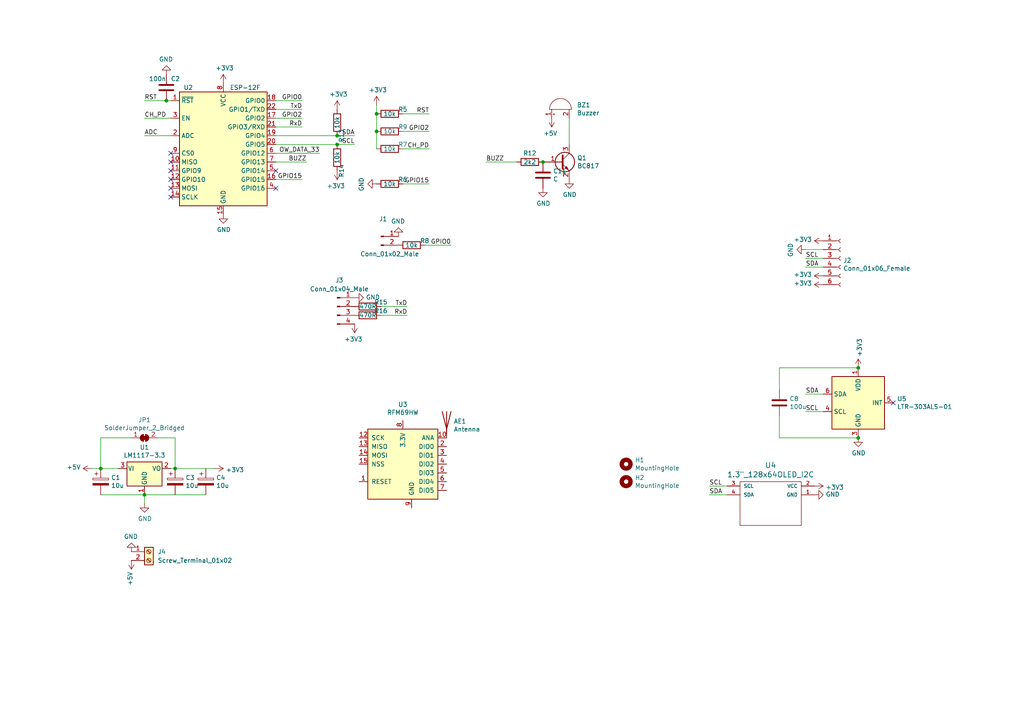
<source format=kicad_sch>
(kicad_sch (version 20211123) (generator eeschema)
  (paper "A4")
  (lib_symbols
    (symbol "Connector:Conn_01x02_Male" (pin_names (offset 1.016) hide)
      (property "Reference" "J" (at 0 2.54 0))
      (property "Value" "Conn_01x02_Male" (at 0 -5.08 0))
      (symbol "Conn_01x02_Male_1_1"
        (polyline (pts (xy 1.27 -2.54) (xy 0.8636 -2.54)) (stroke (width 0.1524)))
        (polyline (pts (xy 1.27 0) (xy 0.8636 0)) (stroke (width 0.1524)))
        (rectangle (start 0.8636 -2.413) (end 0 -2.667) (stroke (width 0.1524)) (fill (type outline)))
        (rectangle (start 0.8636 0.127) (end 0 -0.127) (stroke (width 0.1524)) (fill (type outline)))
        (pin passive line (at 5.08 0 180) (length 3.81) (name "Pin_1") (number "1"))
        (pin passive line (at 5.08 -2.54 180) (length 3.81) (name "Pin_2") (number "2"))
      )
    )
    (symbol "Connector:Conn_01x04_Male" (pin_names (offset 1.016) hide)
      (property "Reference" "J" (at 0 5.08 0))
      (property "Value" "Conn_01x04_Male" (at 0 -7.62 0))
      (symbol "Conn_01x04_Male_1_1"
        (polyline (pts (xy 1.27 -5.08) (xy 0.8636 -5.08)) (stroke (width 0.1524)))
        (polyline (pts (xy 1.27 -2.54) (xy 0.8636 -2.54)) (stroke (width 0.1524)))
        (polyline (pts (xy 1.27 0) (xy 0.8636 0)) (stroke (width 0.1524)))
        (polyline (pts (xy 1.27 2.54) (xy 0.8636 2.54)) (stroke (width 0.1524)))
        (rectangle (start 0.8636 -4.953) (end 0 -5.207) (stroke (width 0.1524)) (fill (type outline)))
        (rectangle (start 0.8636 -2.413) (end 0 -2.667) (stroke (width 0.1524)) (fill (type outline)))
        (rectangle (start 0.8636 0.127) (end 0 -0.127) (stroke (width 0.1524)) (fill (type outline)))
        (rectangle (start 0.8636 2.667) (end 0 2.413) (stroke (width 0.1524)) (fill (type outline)))
        (pin passive line (at 5.08 2.54 180) (length 3.81) (name "Pin_1") (number "1"))
        (pin passive line (at 5.08 0 180) (length 3.81) (name "Pin_2") (number "2"))
        (pin passive line (at 5.08 -2.54 180) (length 3.81) (name "Pin_3") (number "3"))
        (pin passive line (at 5.08 -5.08 180) (length 3.81) (name "Pin_4") (number "4"))
      )
    )
    (symbol "Connector:Conn_01x06_Female" (pin_names (offset 1.016) hide)
      (property "Reference" "J" (at 0 7.62 0))
      (property "Value" "Conn_01x06_Female" (at 0 -10.16 0))
      (symbol "Conn_01x06_Female_1_1"
        (arc (start 0 -7.112) (mid -0.508 -7.62) (end 0 -8.128) (stroke (width 0.1524)))
        (arc (start 0 -4.572) (mid -0.508 -5.08) (end 0 -5.588) (stroke (width 0.1524)))
        (arc (start 0 -2.032) (mid -0.508 -2.54) (end 0 -3.048) (stroke (width 0.1524)))
        (polyline (pts (xy -1.27 -7.62) (xy -0.508 -7.62)) (stroke (width 0.1524)))
        (polyline (pts (xy -1.27 -5.08) (xy -0.508 -5.08)) (stroke (width 0.1524)))
        (polyline (pts (xy -1.27 -2.54) (xy -0.508 -2.54)) (stroke (width 0.1524)))
        (polyline (pts (xy -1.27 0) (xy -0.508 0)) (stroke (width 0.1524)))
        (polyline (pts (xy -1.27 2.54) (xy -0.508 2.54)) (stroke (width 0.1524)))
        (polyline (pts (xy -1.27 5.08) (xy -0.508 5.08)) (stroke (width 0.1524)))
        (arc (start 0 0.508) (mid -0.508 0) (end 0 -0.508) (stroke (width 0.1524)))
        (arc (start 0 3.048) (mid -0.508 2.54) (end 0 2.032) (stroke (width 0.1524)))
        (arc (start 0 5.588) (mid -0.508 5.08) (end 0 4.572) (stroke (width 0.1524)))
        (pin passive line (at -5.08 5.08 0) (length 3.81) (name "Pin_1") (number "1"))
        (pin passive line (at -5.08 2.54 0) (length 3.81) (name "Pin_2") (number "2"))
        (pin passive line (at -5.08 0 0) (length 3.81) (name "Pin_3") (number "3"))
        (pin passive line (at -5.08 -2.54 0) (length 3.81) (name "Pin_4") (number "4"))
        (pin passive line (at -5.08 -5.08 0) (length 3.81) (name "Pin_5") (number "5"))
        (pin passive line (at -5.08 -7.62 0) (length 3.81) (name "Pin_6") (number "6"))
      )
    )
    (symbol "Connector:Screw_Terminal_01x02" (pin_names (offset 1.016) hide)
      (property "Reference" "J" (at 0 2.54 0))
      (property "Value" "Screw_Terminal_01x02" (at 0 -5.08 0))
      (symbol "Screw_Terminal_01x02_1_1"
        (rectangle (start -1.27 1.27) (end 1.27 -3.81) (stroke (width 0.254)) (fill (type background)))
        (circle (center 0 -2.54) (radius 0.635) (stroke (width 0.1524)))
        (polyline (pts (xy -0.5334 -2.2098) (xy 0.3302 -3.048)) (stroke (width 0.1524)))
        (polyline (pts (xy -0.5334 0.3302) (xy 0.3302 -0.508)) (stroke (width 0.1524)))
        (polyline (pts (xy -0.3556 -2.032) (xy 0.508 -2.8702)) (stroke (width 0.1524)))
        (polyline (pts (xy -0.3556 0.508) (xy 0.508 -0.3302)) (stroke (width 0.1524)))
        (circle (center 0 0) (radius 0.635) (stroke (width 0.1524)))
        (pin passive line (at -5.08 0 0) (length 3.81) (name "Pin_1") (number "1"))
        (pin passive line (at -5.08 -2.54 0) (length 3.81) (name "Pin_2") (number "2"))
      )
    )
    (symbol "Device:Antenna" (pin_numbers hide) (pin_names (offset 1.016) hide)
      (property "Reference" "AE" (at -1.905 1.905 0))
      (property "Value" "Antenna" (at -1.905 0 0))
      (symbol "Antenna_0_1"
        (polyline (pts (xy 0 2.54) (xy 0 -3.81)) (stroke (width 0.254)))
        (polyline (pts (xy 1.27 2.54) (xy 0 -2.54) (xy -1.27 2.54)) (stroke (width 0.254)))
      )
      (symbol "Antenna_1_1"
        (pin input line (at 0 -5.08 90) (length 2.54) (name "A") (number "1"))
      )
    )
    (symbol "Device:Buzzer" (pin_names (offset 0.0254) hide)
      (property "Reference" "BZ" (at 3.81 1.27 0))
      (property "Value" "Buzzer" (at 3.81 -1.27 0))
      (symbol "Buzzer_0_1"
        (arc (start 0 -3.175) (mid 3.175 0) (end 0 3.175))
        (polyline (pts (xy -1.651 1.905) (xy -1.143 1.905)))
        (polyline (pts (xy -1.397 2.159) (xy -1.397 1.651)))
        (polyline (pts (xy 0 3.175) (xy 0 -3.175)))
      )
      (symbol "Buzzer_1_1"
        (pin passive line (at -2.54 2.54 0) (length 2.54) (name "-") (number "1"))
        (pin passive line (at -2.54 -2.54 0) (length 2.54) (name "+") (number "2"))
      )
    )
    (symbol "Device:C" (pin_numbers hide) (pin_names (offset 0.254))
      (property "Reference" "C" (at 0.635 2.54 0))
      (property "Value" "C" (at 0.635 -2.54 0))
      (symbol "C_0_1"
        (polyline (pts (xy -2.032 -0.762) (xy 2.032 -0.762)) (stroke (width 0.508)))
        (polyline (pts (xy -2.032 0.762) (xy 2.032 0.762)) (stroke (width 0.508)))
      )
      (symbol "C_1_1"
        (pin passive line (at 0 3.81 270) (length 2.794) (name "~") (number "1"))
        (pin passive line (at 0 -3.81 90) (length 2.794) (name "~") (number "2"))
      )
    )
    (symbol "Device:C_Polarized" (pin_numbers hide) (pin_names (offset 0.254))
      (property "Reference" "C" (at 0.635 2.54 0))
      (property "Value" "C_Polarized" (at 0.635 -2.54 0))
      (symbol "C_Polarized_0_1"
        (rectangle (start -2.286 0.508) (end 2.286 1.016))
        (polyline (pts (xy -1.778 2.286) (xy -0.762 2.286)))
        (polyline (pts (xy -1.27 2.794) (xy -1.27 1.778)))
        (rectangle (start 2.286 -0.508) (end -2.286 -1.016) (fill (type outline)))
      )
      (symbol "C_Polarized_1_1"
        (pin passive line (at 0 3.81 270) (length 2.794) (name "~") (number "1"))
        (pin passive line (at 0 -3.81 90) (length 2.794) (name "~") (number "2"))
      )
    )
    (symbol "Device:R" (pin_numbers hide) (pin_names (offset 0))
      (property "Reference" "R" (at 2.032 0 90))
      (property "Value" "R" (at 0 0 90))
      (symbol "R_0_1"
        (rectangle (start -1.016 -2.54) (end 1.016 2.54) (stroke (width 0.254)))
      )
      (symbol "R_1_1"
        (pin passive line (at 0 3.81 270) (length 1.27) (name "~") (number "1"))
        (pin passive line (at 0 -3.81 90) (length 1.27) (name "~") (number "2"))
      )
    )
    (symbol "Jumper:SolderJumper_2_Bridged" (pin_names (offset 0) hide)
      (property "Reference" "JP" (at 0 2.032 0))
      (property "Value" "SolderJumper_2_Bridged" (at 0 -2.54 0))
      (symbol "SolderJumper_2_Bridged_0_1"
        (rectangle (start -0.508 0.508) (end 0.508 -0.508) (fill (type outline)))
        (arc (start -0.254 1.016) (mid -1.27 0) (end -0.254 -1.016))
        (arc (start -0.254 1.016) (mid -1.27 0) (end -0.254 -1.016) (fill (type outline)))
        (polyline (pts (xy -0.254 1.016) (xy -0.254 -1.016)))
        (polyline (pts (xy 0.254 1.016) (xy 0.254 -1.016)))
        (arc (start 0.254 -1.016) (mid 1.27 0) (end 0.254 1.016))
        (arc (start 0.254 -1.016) (mid 1.27 0) (end 0.254 1.016) (fill (type outline)))
      )
      (symbol "SolderJumper_2_Bridged_1_1"
        (pin passive line (at -3.81 0 0) (length 2.54) (name "A") (number "1"))
        (pin passive line (at 3.81 0 180) (length 2.54) (name "B") (number "2"))
      )
    )
    (symbol "Mechanical:MountingHole" (pin_names (offset 1.016))
      (property "Reference" "H" (at 0 5.08 0))
      (property "Value" "MountingHole" (at 0 3.175 0))
      (symbol "MountingHole_0_1"
        (circle (center 0 0) (radius 1.27) (stroke (width 1.27)))
      )
    )
    (symbol "OLED:1.3{dblquote}_128x64OLED_I2C" (pin_names (offset 1.016))
      (property "Reference" "U" (at 6.35 -8.89 0))
      (property "Value" "1.3{dblquote}_128x64OLED_I2C" (at 0 8.89 0))
      (symbol "1.3{dblquote}_128x64OLED_I2C_0_1"
        (rectangle (start -8.89 6.35) (end 8.89 -6.35))
      )
      (symbol "1.3{dblquote}_128x64OLED_I2C_1_1"
        (pin power_in line (at 12.7 2.54 180) (length 3.81) (name "GND") (number "1"))
        (pin power_in line (at 12.7 5.08 180) (length 3.81) (name "VCC") (number "2"))
        (pin input line (at -12.7 5.08 0) (length 3.81) (name "SCL") (number "3"))
        (pin input line (at -12.7 2.54 0) (length 3.81) (name "SDA") (number "4"))
      )
    )
    (symbol "RF_Module:ESP-12F"
      (property "Reference" "U" (at -12.7 19.05 0))
      (property "Value" "ESP-12F" (at 12.7 19.05 0))
      (symbol "ESP-12F_0_1"
        (rectangle (start -12.7 17.78) (end 12.7 -15.24) (stroke (width 0.254)) (fill (type background)))
      )
      (symbol "ESP-12F_1_1"
        (pin input line (at -15.24 15.24 0) (length 2.54) (name "~{RST}") (number "1"))
        (pin bidirectional line (at -15.24 -2.54 0) (length 2.54) (name "MISO") (number "10"))
        (pin bidirectional line (at -15.24 -5.08 0) (length 2.54) (name "GPIO9") (number "11"))
        (pin bidirectional line (at -15.24 -7.62 0) (length 2.54) (name "GPIO10") (number "12"))
        (pin bidirectional line (at -15.24 -10.16 0) (length 2.54) (name "MOSI") (number "13"))
        (pin bidirectional line (at -15.24 -12.7 0) (length 2.54) (name "SCLK") (number "14"))
        (pin power_in line (at 0 -17.78 90) (length 2.54) (name "GND") (number "15"))
        (pin bidirectional line (at 15.24 -7.62 180) (length 2.54) (name "GPIO15") (number "16"))
        (pin bidirectional line (at 15.24 10.16 180) (length 2.54) (name "GPIO2") (number "17"))
        (pin bidirectional line (at 15.24 15.24 180) (length 2.54) (name "GPIO0") (number "18"))
        (pin bidirectional line (at 15.24 5.08 180) (length 2.54) (name "GPIO4") (number "19"))
        (pin input line (at -15.24 5.08 0) (length 2.54) (name "ADC") (number "2"))
        (pin bidirectional line (at 15.24 2.54 180) (length 2.54) (name "GPIO5") (number "20"))
        (pin bidirectional line (at 15.24 7.62 180) (length 2.54) (name "GPIO3/RXD") (number "21"))
        (pin bidirectional line (at 15.24 12.7 180) (length 2.54) (name "GPIO1/TXD") (number "22"))
        (pin input line (at -15.24 10.16 0) (length 2.54) (name "EN") (number "3"))
        (pin bidirectional line (at 15.24 -10.16 180) (length 2.54) (name "GPIO16") (number "4"))
        (pin bidirectional line (at 15.24 -5.08 180) (length 2.54) (name "GPIO14") (number "5"))
        (pin bidirectional line (at 15.24 0 180) (length 2.54) (name "GPIO12") (number "6"))
        (pin bidirectional line (at 15.24 -2.54 180) (length 2.54) (name "GPIO13") (number "7"))
        (pin power_in line (at 0 20.32 270) (length 2.54) (name "VCC") (number "8"))
        (pin input line (at -15.24 0 0) (length 2.54) (name "CS0") (number "9"))
      )
    )
    (symbol "RF_Module:RFM69HW" (pin_names (offset 1.016))
      (property "Reference" "U" (at -3.81 11.43 0))
      (property "Value" "RFM69HW" (at -7.62 13.97 0))
      (symbol "RFM69HW_0_1"
        (rectangle (start -10.16 10.16) (end 10.16 -10.16) (stroke (width 0.254)) (fill (type background)))
      )
      (symbol "RFM69HW_1_1"
        (pin input line (at -12.7 -5.08 0) (length 2.54) (name "RESET") (number "1"))
        (pin output line (at 12.7 7.62 180) (length 2.54) (name "ANA") (number "10"))
        (pin passive line (at 2.54 -12.7 90) (length 2.54) hide (name "GND") (number "11"))
        (pin input line (at -12.7 7.62 0) (length 2.54) (name "SCK") (number "12"))
        (pin output line (at -12.7 5.08 0) (length 2.54) (name "MISO") (number "13"))
        (pin input line (at -12.7 2.54 0) (length 2.54) (name "MOSI") (number "14"))
        (pin input line (at -12.7 0 0) (length 2.54) (name "NSS") (number "15"))
        (pin no_connect line (at -2.54 -12.7 90) (length 2.54) hide (name "NC") (number "16"))
        (pin bidirectional line (at 12.7 5.08 180) (length 2.54) (name "DIO0") (number "2"))
        (pin bidirectional line (at 12.7 2.54 180) (length 2.54) (name "DIO1") (number "3"))
        (pin bidirectional line (at 12.7 0 180) (length 2.54) (name "DIO2") (number "4"))
        (pin bidirectional line (at 12.7 -2.54 180) (length 2.54) (name "DIO3") (number "5"))
        (pin bidirectional line (at 12.7 -5.08 180) (length 2.54) (name "DIO4") (number "6"))
        (pin bidirectional line (at 12.7 -7.62 180) (length 2.54) (name "DIO5") (number "7"))
        (pin power_in line (at 0 12.7 270) (length 2.54) (name "3.3V") (number "8"))
        (pin power_in line (at 2.54 -12.7 90) (length 2.54) (name "GND") (number "9"))
      )
    )
    (symbol "Regulator_Linear:LM1117-3.3" (pin_names (offset 0.254))
      (property "Reference" "U" (at -3.81 3.175 0))
      (property "Value" "LM1117-3.3" (at 0 3.175 0))
      (symbol "LM1117-3.3_0_1"
        (rectangle (start -5.08 -5.08) (end 5.08 1.905) (stroke (width 0.254)) (fill (type background)))
      )
      (symbol "LM1117-3.3_1_1"
        (pin power_in line (at 0 -7.62 90) (length 2.54) (name "GND") (number "1"))
        (pin power_out line (at 7.62 0 180) (length 2.54) (name "VO") (number "2"))
        (pin power_in line (at -7.62 0 0) (length 2.54) (name "VI") (number "3"))
      )
    )
    (symbol "Sensor_Optical:LTR-303ALS-01"
      (property "Reference" "U" (at -7.62 8.89 0))
      (property "Value" "LTR-303ALS-01" (at 1.27 8.89 0))
      (symbol "LTR-303ALS-01_0_1"
        (rectangle (start -7.62 7.62) (end 7.62 -7.62) (stroke (width 0.254)) (fill (type background)))
      )
      (symbol "LTR-303ALS-01_1_1"
        (pin power_in line (at 0 10.16 270) (length 2.54) (name "VDD") (number "1"))
        (pin no_connect line (at 2.54 0 180) (length 2.54) hide (name "NC") (number "2"))
        (pin power_in line (at 0 -10.16 90) (length 2.54) (name "GND") (number "3"))
        (pin input line (at -10.16 -2.54 0) (length 2.54) (name "SCL") (number "4"))
        (pin open_collector line (at 10.16 0 180) (length 2.54) (name "INT") (number "5"))
        (pin bidirectional line (at -10.16 2.54 0) (length 2.54) (name "SDA") (number "6"))
      )
    )
    (symbol "Transistor_BJT:BC817" (pin_names (offset 0) hide)
      (property "Reference" "Q" (at 5.08 1.905 0))
      (property "Value" "BC817" (at 5.08 0 0))
      (symbol "BC817_0_1"
        (polyline (pts (xy 0.635 0.635) (xy 2.54 2.54)))
        (polyline (pts (xy 0.635 -0.635) (xy 2.54 -2.54) (xy 2.54 -2.54)))
        (polyline (pts (xy 0.635 1.905) (xy 0.635 -1.905) (xy 0.635 -1.905)) (stroke (width 0.508)))
        (polyline (pts (xy 1.27 -1.778) (xy 1.778 -1.27) (xy 2.286 -2.286) (xy 1.27 -1.778) (xy 1.27 -1.778)) (fill (type outline)))
        (circle (center 1.27 0) (radius 2.8194) (stroke (width 0.254)))
      )
      (symbol "BC817_1_1"
        (pin input line (at -5.08 0 0) (length 5.715) (name "B") (number "1"))
        (pin passive line (at 2.54 -5.08 90) (length 2.54) (name "E") (number "2"))
        (pin passive line (at 2.54 5.08 270) (length 2.54) (name "C") (number "3"))
      )
    )
    (symbol "power:+3.3V" (power) (pin_names (offset 0))
      (property "Value" "+3.3V" (at 0 3.556 0))
      (symbol "+3.3V_0_1"
        (polyline (pts (xy -0.762 1.27) (xy 0 2.54)))
        (polyline (pts (xy 0 0) (xy 0 2.54)))
        (polyline (pts (xy 0 2.54) (xy 0.762 1.27)))
      )
      (symbol "+3.3V_1_1"
        (pin power_in line (at 0 0 90) (length 0) hide (name "+3V3") (number "1"))
      )
    )
    (symbol "power:+5V" (power) (pin_names (offset 0))
      (property "Value" "+5V" (at 0 3.556 0))
      (symbol "+5V_0_1"
        (polyline (pts (xy -0.762 1.27) (xy 0 2.54)))
        (polyline (pts (xy 0 0) (xy 0 2.54)))
        (polyline (pts (xy 0 2.54) (xy 0.762 1.27)))
      )
      (symbol "+5V_1_1"
        (pin power_in line (at 0 0 90) (length 0) hide (name "+5V") (number "1"))
      )
    )
    (symbol "power:GND" (power) (pin_names (offset 0))
      (property "Value" "GND" (at 0 -3.81 0))
      (symbol "GND_0_1"
        (polyline (pts (xy 0 0) (xy 0 -1.27) (xy 1.27 -1.27) (xy 0 -2.54) (xy -1.27 -1.27) (xy 0 -1.27)))
      )
      (symbol "GND_1_1"
        (pin power_in line (at 0 0 270) (length 0) hide (name "GND") (number "1"))
      )
    )
  )
  (junction (at 109.22 33.02))
  (junction (at 97.79 41.91))
  (junction (at 29.21 135.89))
  (junction (at 41.91 143.51))
  (junction (at 109.22 38.1))
  (junction (at 248.92 127))
  (junction (at 50.8 135.89))
  (junction (at 97.79 39.37))
  (junction (at 157.48 46.99))
  (junction (at 48.26 29.21))
  (junction (at 248.92 106.68))
  (no_connect (at 49.53 52.07))
  (no_connect (at 80.01 54.61))
  (no_connect (at 80.01 49.53))
  (no_connect (at 49.53 57.15))
  (no_connect (at 49.53 49.53))
  (no_connect (at 49.53 54.61))
  (no_connect (at 49.53 44.45))
  (no_connect (at 49.53 46.99))
  (no_connect (at 259.08 116.84))
  (wire (pts (xy 210.82 140.97) (xy 205.74 140.97)))
  (wire (pts (xy 92.71 44.45) (xy 80.01 44.45)))
  (wire (pts (xy 123.19 71.12) (xy 130.81 71.12)))
  (wire (pts (xy 87.63 52.07) (xy 80.01 52.07)))
  (wire (pts (xy 87.63 34.29) (xy 80.01 34.29)))
  (wire (pts (xy 109.22 33.02) (xy 109.22 38.1)))
  (wire (pts (xy 149.86 46.99) (xy 140.97 46.99)))
  (wire (pts (xy 109.22 30.48) (xy 109.22 33.02)))
  (wire (pts (xy 248.92 106.68) (xy 226.06 106.68)))
  (wire (pts (xy 248.92 127) (xy 226.06 127)))
  (wire (pts (xy 29.21 143.51) (xy 41.91 143.51)))
  (wire (pts (xy 165.1 34.29) (xy 165.1 41.91)))
  (wire (pts (xy 109.22 38.1) (xy 109.22 43.18)))
  (wire (pts (xy 80.01 36.83) (xy 87.63 36.83)))
  (wire (pts (xy 29.21 135.89) (xy 34.29 135.89)))
  (wire (pts (xy 49.53 39.37) (xy 41.91 39.37)))
  (wire (pts (xy 80.01 46.99) (xy 88.9 46.99)))
  (wire (pts (xy 110.49 91.44) (xy 118.11 91.44)))
  (wire (pts (xy 26.67 135.89) (xy 29.21 135.89)))
  (wire (pts (xy 49.53 29.21) (xy 48.26 29.21)))
  (wire (pts (xy 45.72 127) (xy 50.8 127)))
  (wire (pts (xy 80.01 29.21) (xy 87.63 29.21)))
  (wire (pts (xy 97.79 41.91) (xy 102.87 41.91)))
  (wire (pts (xy 97.79 39.37) (xy 80.01 39.37)))
  (wire (pts (xy 233.68 114.3) (xy 238.76 114.3)))
  (wire (pts (xy 80.01 41.91) (xy 97.79 41.91)))
  (wire (pts (xy 226.06 127) (xy 226.06 120.65)))
  (wire (pts (xy 124.46 43.18) (xy 116.84 43.18)))
  (wire (pts (xy 238.76 119.38) (xy 233.68 119.38)))
  (wire (pts (xy 116.84 38.1) (xy 124.46 38.1)))
  (wire (pts (xy 233.68 77.47) (xy 238.76 77.47)))
  (wire (pts (xy 50.8 135.89) (xy 62.23 135.89)))
  (wire (pts (xy 110.49 88.9) (xy 118.11 88.9)))
  (wire (pts (xy 48.26 29.21) (xy 41.91 29.21)))
  (wire (pts (xy 41.91 34.29) (xy 49.53 34.29)))
  (wire (pts (xy 205.74 143.51) (xy 210.82 143.51)))
  (wire (pts (xy 124.46 53.34) (xy 116.84 53.34)))
  (wire (pts (xy 238.76 72.39) (xy 233.68 72.39)))
  (wire (pts (xy 80.01 31.75) (xy 87.63 31.75)))
  (wire (pts (xy 102.87 39.37) (xy 97.79 39.37)))
  (wire (pts (xy 41.91 143.51) (xy 59.69 143.51)))
  (wire (pts (xy 29.21 135.89) (xy 29.21 127)))
  (wire (pts (xy 41.91 146.05) (xy 41.91 143.51)))
  (wire (pts (xy 50.8 135.89) (xy 49.53 135.89)))
  (wire (pts (xy 238.76 74.93) (xy 233.68 74.93)))
  (wire (pts (xy 29.21 127) (xy 38.1 127)))
  (wire (pts (xy 226.06 106.68) (xy 226.06 113.03)))
  (wire (pts (xy 50.8 127) (xy 50.8 135.89)))
  (wire (pts (xy 124.46 33.02) (xy 116.84 33.02)))
  (label "BUZZ" (at 140.97 46.99 0))
  (label "SDA" (at 233.68 114.3 0))
  (label "SCL" (at 233.68 119.38 0))
  (label "SDA" (at 102.87 39.37 180))
  (label "ADC" (at 41.91 39.37 0))
  (label "GPIO0" (at 87.63 29.21 180))
  (label "OW_DATA_33" (at 92.71 44.45 180))
  (label "SDA" (at 205.74 143.51 0))
  (label "CH_PD" (at 41.91 34.29 0))
  (label "TxD" (at 87.63 31.75 180))
  (label "GPIO15" (at 124.46 53.34 180))
  (label "SCL" (at 233.68 74.93 0))
  (label "SCL" (at 205.74 140.97 0))
  (label "GPIO15" (at 87.63 52.07 180))
  (label "GPIO2" (at 87.63 34.29 180))
  (label "RST" (at 124.46 33.02 180))
  (label "GPIO2" (at 124.46 38.1 180))
  (label "SDA" (at 233.68 77.47 0))
  (label "RxD" (at 118.11 91.44 180))
  (label "RxD" (at 87.63 36.83 180))
  (label "CH_PD" (at 124.46 43.18 180))
  (label "GPIO0" (at 130.81 71.12 180))
  (label "RST" (at 41.91 29.21 0))
  (label "BUZZ" (at 88.9 46.99 180))
  (label "TxD" (at 118.11 88.9 180))
  (label "SCL" (at 102.87 41.91 180))
  (symbol (lib_id "RF_Module:ESP-12F") (at 64.77 44.45 0) (unit 1)
    (property "Reference" "U2" (at 54.61 25.4 0))
    (property "Value" "ESP-12F" (at 71.12 25.4 0))
    (property "Footprint" "RF_Modules:ESP-12E" (effects hide))
    (property "Datasheet" "http://wiki.ai-thinker.com/_media/esp8266/esp8266_series_modules_user_manual_v1.1.pdf" (effects hide))
  )
  (symbol (lib_id "Regulator_Linear:LM1117-3.3") (at 41.91 135.89 0) (unit 1)
    (property "Reference" "U1" (at 41.91 129.7432 0))
    (property "Value" "LM1117-3.3" (at 41.91 132.0546 0))
    (property "Footprint" "TO_SOT_Packages_SMD:SOT-223-3_TabPin2" (effects hide))
    (property "Datasheet" "http://www.ti.com/lit/ds/symlink/lm1117.pdf" (effects hide))
  )
  (symbol (lib_id "OLED:1.3{dblquote}_128x64OLED_I2C") (at 223.52 146.05 0) (unit 1)
    (property "Reference" "U4" (at 223.52 134.9502 0) (effects (font (size 1.524 1.524))))
    (property "Value" "1.3\"_128x64OLED_I2C" (at 223.52 137.6426 0) (effects (font (size 1.524 1.524))))
    (property "Footprint" "footprints:OLED128x64" (effects hide))
  )
  (symbol (lib_id "Device:C_Polarized") (at 50.8 139.7 0) (unit 1)
    (property "Reference" "C3" (at 53.7972 138.5316 0) (effects (justify left)))
    (property "Value" "10u" (at 53.7972 140.843 0) (effects (justify left)))
    (property "Footprint" "Capacitors_Tantalum_SMD:CP_Tantalum_Case-A_EIA-3216-18_Reflow" (effects hide))
  )
  (symbol (lib_id "Device:C_Polarized") (at 29.21 139.7 0) (unit 1)
    (property "Reference" "C1" (at 32.2072 138.5316 0) (effects (justify left)))
    (property "Value" "10u" (at 32.2072 140.843 0) (effects (justify left)))
    (property "Footprint" "Capacitor_Tantalum_SMD:CP_EIA-3216-18_Kemet-A" (effects hide))
  )
  (symbol (lib_id "power:+5V") (at 26.67 135.89 90) (unit 1)
    (property "Reference" "#PWR0103" (effects hide))
    (property "Value" "+5V" (at 23.4188 135.509 90) (effects (justify left)))
  )
  (symbol (lib_id "power:GND") (at 41.91 146.05 0) (unit 1)
    (property "Reference" "#PWR0104" (effects hide))
    (property "Value" "GND" (at 42.037 150.4442 0))
  )
  (symbol (lib_id "power:+3.3V") (at 62.23 135.89 270) (unit 1)
    (property "Reference" "#PWR0105" (effects hide))
    (property "Value" "+3.3V" (at 65.4812 136.271 90) (effects (justify left)))
  )
  (symbol (lib_id "power:+3.3V") (at 236.22 140.97 270) (unit 1)
    (property "Reference" "#PWR0113" (effects hide))
    (property "Value" "+3.3V" (at 239.4712 141.351 90) (effects (justify left)))
  )
  (symbol (lib_id "power:GND") (at 236.22 143.51 90) (unit 1)
    (property "Reference" "#PWR0114" (effects hide))
    (property "Value" "GND" (at 239.4712 143.383 90) (effects (justify right)))
  )
  (symbol (lib_id "power:GND") (at 233.68 72.39 270) (unit 1)
    (property "Reference" "#PWR0117" (effects hide))
    (property "Value" "GND" (at 229.2858 72.517 0))
  )
  (symbol (lib_id "power:+3.3V") (at 238.76 80.01 90) (unit 1)
    (property "Reference" "#PWR0119" (effects hide))
    (property "Value" "+3.3V" (at 235.5088 79.629 90) (effects (justify left)))
  )
  (symbol (lib_id "power:+3.3V") (at 238.76 69.85 90) (unit 1)
    (property "Reference" "#PWR0121" (effects hide))
    (property "Value" "+3.3V" (at 235.5088 69.469 90) (effects (justify left)))
  )
  (symbol (lib_id "power:+3.3V") (at 64.77 24.13 0) (unit 1)
    (property "Reference" "#PWR0123" (effects hide))
    (property "Value" "+3.3V" (at 65.151 19.7358 0))
  )
  (symbol (lib_id "power:+3.3V") (at 109.22 30.48 0) (unit 1)
    (property "Reference" "#PWR0124" (effects hide))
    (property "Value" "+3.3V" (at 109.601 26.0858 0))
  )
  (symbol (lib_id "Device:R") (at 119.38 71.12 270) (unit 1)
    (property "Reference" "R8" (at 123.19 69.85 90))
    (property "Value" "10k" (at 119.38 71.12 90))
    (property "Footprint" "Resistors_SMD:R_0603" (effects hide))
  )
  (symbol (lib_id "Device:R") (at 113.03 53.34 270) (unit 1)
    (property "Reference" "R6" (at 116.84 52.07 90))
    (property "Value" "10k" (at 113.03 53.34 90))
    (property "Footprint" "Resistors_SMD:R_0603" (effects hide))
  )
  (symbol (lib_id "Device:R") (at 113.03 43.18 270) (unit 1)
    (property "Reference" "R7" (at 116.84 41.91 90))
    (property "Value" "10k" (at 113.03 43.18 90))
    (property "Footprint" "Resistors_SMD:R_0603" (effects hide))
  )
  (symbol (lib_id "power:+3.3V") (at 102.87 93.98 180) (unit 1)
    (property "Reference" "#PWR0125" (effects hide))
    (property "Value" "+3.3V" (at 102.489 98.3742 0))
  )
  (symbol (lib_id "power:GND") (at 115.57 68.58 180) (unit 1)
    (property "Reference" "#PWR0126" (effects hide))
    (property "Value" "GND" (at 115.443 64.1858 0))
  )
  (symbol (lib_id "Device:R") (at 113.03 38.1 270) (unit 1)
    (property "Reference" "R9" (at 116.84 36.83 90))
    (property "Value" "10k" (at 113.03 38.1 90))
    (property "Footprint" "Resistors_SMD:R_0603" (effects hide))
  )
  (symbol (lib_id "power:GND") (at 109.22 53.34 270) (unit 1)
    (property "Reference" "#PWR0128" (effects hide))
    (property "Value" "GND" (at 104.8258 53.467 0))
  )
  (symbol (lib_id "Device:R") (at 113.03 33.02 270) (unit 1)
    (property "Reference" "R5" (at 116.84 31.75 90))
    (property "Value" "10k" (at 113.03 33.02 90))
    (property "Footprint" "Resistors_SMD:R_0603" (effects hide))
  )
  (symbol (lib_id "Device:C") (at 48.26 25.4 0) (unit 1)
    (property "Reference" "C2" (at 49.53 22.86 0) (effects (justify left)))
    (property "Value" "100n" (at 43.18 22.86 0) (effects (justify left)))
    (property "Footprint" "Capacitors_SMD:C_0603" (effects hide))
  )
  (symbol (lib_id "power:GND") (at 48.26 21.59 180) (unit 1)
    (property "Reference" "#PWR0129" (effects hide))
    (property "Value" "GND" (at 48.133 17.1958 0))
  )
  (symbol (lib_id "power:GND") (at 64.77 62.23 0) (unit 1)
    (property "Reference" "#PWR0130" (effects hide))
    (property "Value" "GND" (at 64.897 66.6242 0))
  )
  (symbol (lib_id "Device:Buzzer") (at 162.56 31.75 90) (unit 1)
    (property "Reference" "BZ1" (at 167.3098 30.4546 90) (effects (justify right)))
    (property "Value" "Buzzer" (at 167.3098 32.766 90) (effects (justify right)))
    (property "Footprint" "Buzzers_Beepers:Buzzer_12x9.5RM7.6" (effects hide))
  )
  (symbol (lib_id "Transistor_BJT:BC817") (at 162.56 46.99 0) (unit 1)
    (property "Reference" "Q1" (at 167.4114 45.8216 0) (effects (justify left)))
    (property "Value" "BC817" (at 167.4114 48.133 0) (effects (justify left)))
    (property "Footprint" "TO_SOT_Packages_SMD:SOT-23" (effects hide))
    (property "Datasheet" "http://www.fairchildsemi.com/ds/BC/BC817.pdf" (effects hide))
  )
  (symbol (lib_id "power:+5V") (at 160.02 34.29 180) (unit 1)
    (property "Reference" "#PWR0131" (effects hide))
    (property "Value" "+5V" (at 159.639 38.6842 0))
  )
  (symbol (lib_id "Device:R") (at 153.67 46.99 270) (unit 1)
    (property "Reference" "R12" (at 153.67 44.45 90))
    (property "Value" "2k2" (at 153.67 46.99 90))
    (property "Footprint" "Resistors_SMD:R_0603" (effects hide))
  )
  (symbol (lib_id "power:GND") (at 157.48 54.61 0) (unit 1)
    (property "Reference" "#PWR0132" (effects hide))
    (property "Value" "GND" (at 157.607 59.0042 0))
  )
  (symbol (lib_id "Sensor_Optical:LTR-303ALS-01") (at 248.92 116.84 0) (unit 1)
    (property "Reference" "U5" (at 260.1976 115.6716 0) (effects (justify left)))
    (property "Value" "LTR-303ALS-01" (at 260.1976 117.983 0) (effects (justify left)))
    (property "Footprint" "Opto-Devices:Lite-On_LTR-303ALS-01" (effects hide))
    (property "Datasheet" "http://optoelectronics.liteon.com/upload/download/DS86-2013-0004/LTR-303ALS-01_DS_V1.pdf" (effects hide))
  )
  (symbol (lib_id "power:GND") (at 248.92 127 0) (unit 1)
    (property "Reference" "#PWR0133" (effects hide))
    (property "Value" "GND" (at 249.047 131.3942 0))
  )
  (symbol (lib_id "power:+3.3V") (at 248.92 106.68 0) (unit 1)
    (property "Reference" "#PWR0134" (effects hide))
    (property "Value" "+3.3V" (at 249.301 103.4288 90) (effects (justify left)))
  )
  (symbol (lib_id "Device:C") (at 226.06 116.84 0) (unit 1)
    (property "Reference" "C8" (at 228.981 115.6716 0) (effects (justify left)))
    (property "Value" "100u" (at 228.981 117.983 0) (effects (justify left)))
    (property "Footprint" "Capacitors_SMD:C_0603" (effects hide))
  )
  (symbol (lib_id "Device:C_Polarized") (at 59.69 139.7 0) (unit 1)
    (property "Reference" "C4" (at 62.6872 138.5316 0) (effects (justify left)))
    (property "Value" "10u" (at 62.6872 140.843 0) (effects (justify left)))
    (property "Footprint" "Capacitors_Tantalum_SMD:CP_Tantalum_Case-A_EIA-3216-18_Reflow" (effects hide))
  )
  (symbol (lib_id "Device:C") (at 157.48 50.8 0) (unit 1)
    (property "Reference" "C11" (at 160.401 49.6316 0) (effects (justify left)))
    (property "Value" "C" (at 160.401 51.943 0) (effects (justify left)))
    (property "Footprint" "Capacitors_SMD:C_0603" (effects hide))
  )
  (symbol (lib_id "power:GND") (at 165.1 52.07 0) (unit 1)
    (property "Reference" "#PWR0109" (effects hide))
    (property "Value" "GND" (at 165.227 56.4642 0))
  )
  (symbol (lib_id "Device:R") (at 97.79 45.72 180) (unit 1)
    (property "Reference" "R14" (at 99.06 49.53 90))
    (property "Value" "10k" (at 97.79 45.72 90))
    (property "Footprint" "Resistors_SMD:R_0603" (effects hide))
  )
  (symbol (lib_id "Device:R") (at 97.79 35.56 180) (unit 1)
    (property "Reference" "R13" (at 99.06 39.37 90))
    (property "Value" "10k" (at 97.79 35.56 90))
    (property "Footprint" "Resistors_SMD:R_0603" (effects hide))
  )
  (symbol (lib_id "power:+3.3V") (at 97.79 31.75 0) (unit 1)
    (property "Reference" "#PWR0139" (effects hide))
    (property "Value" "+3.3V" (at 98.171 27.3558 0))
  )
  (symbol (lib_id "power:+3.3V") (at 97.79 49.53 180) (unit 1)
    (property "Reference" "#PWR0140" (effects hide))
    (property "Value" "+3.3V" (at 97.409 53.9242 0))
  )
  (symbol (lib_id "Mechanical:MountingHole") (at 181.61 134.62 0) (unit 1)
    (property "Reference" "H1" (at 184.15 133.4516 0) (effects (justify left)))
    (property "Value" "MountingHole" (at 184.15 135.763 0) (effects (justify left)))
    (property "Footprint" "Mounting_Holes:MountingHole_4mm" (effects hide))
  )
  (symbol (lib_id "Mechanical:MountingHole") (at 181.61 139.7 0) (unit 1)
    (property "Reference" "H2" (at 184.15 138.5316 0) (effects (justify left)))
    (property "Value" "MountingHole" (at 184.15 140.843 0) (effects (justify left)))
    (property "Footprint" "Mounting_Holes:MountingHole_4mm" (effects hide))
  )
  (symbol (lib_id "power:GND") (at 102.87 86.36 90) (unit 1)
    (property "Reference" "#PWR0141" (effects hide))
    (property "Value" "GND" (at 106.1212 86.233 90) (effects (justify right)))
  )
  (symbol (lib_id "Device:R") (at 106.68 88.9 270) (unit 1)
    (property "Reference" "R15" (at 110.49 87.63 90))
    (property "Value" "470R" (at 106.68 88.9 90))
    (property "Footprint" "Resistors_SMD:R_0603" (effects hide))
  )
  (symbol (lib_id "Device:R") (at 106.68 91.44 270) (unit 1)
    (property "Reference" "R16" (at 110.49 90.17 90))
    (property "Value" "470R" (at 106.68 91.44 90))
    (property "Footprint" "Resistors_SMD:R_0603" (effects hide))
  )
  (symbol (lib_id "Connector:Conn_01x06_Female") (at 243.84 74.93 0) (unit 1)
    (property "Reference" "J2" (at 244.5512 75.5396 0) (effects (justify left)))
    (property "Value" "Conn_01x06_Female" (at 244.5512 77.851 0) (effects (justify left)))
    (property "Footprint" "Connector_PinHeader_2.54mm:PinHeader_1x06_P2.54mm_Vertical" (effects hide))
  )
  (symbol (lib_id "power:+3.3V") (at 238.76 82.55 90) (unit 1)
    (property "Reference" "#PWR0101" (effects hide))
    (property "Value" "+3.3V" (at 235.5088 82.169 90) (effects (justify left)))
  )
  (symbol (lib_id "Jumper:SolderJumper_2_Bridged") (at 41.91 127 0) (unit 1)
    (property "Reference" "JP1" (at 41.91 121.793 0))
    (property "Value" "SolderJumper_2_Bridged" (at 41.91 124.1044 0))
    (property "Footprint" "Jumper:SolderJumper-2_P1.3mm_Open_RoundedPad1.0x1.5mm" (effects hide))
  )
  (symbol (lib_id "RF_Module:RFM69HW") (at 116.84 134.62 0) (unit 1)
    (property "Reference" "U3" (at 116.84 117.3226 0))
    (property "Value" "RFM69HW" (at 116.84 119.634 0))
    (property "Footprint" "RF_Module:HOPERF_RFM69HW" (effects hide))
    (property "Datasheet" "https://www.hoperf.com/data/upload/portal/20181127/5bfcbb56f1fd7.pdf" (effects hide))
  )
  (symbol (lib_id "Device:Antenna") (at 129.54 121.92 0) (unit 1)
    (property "Reference" "AE1" (at 131.572 122.1994 0) (effects (justify left)))
    (property "Value" "Antenna" (at 131.572 124.5108 0) (effects (justify left)))
    (property "Footprint" "Connector_PinHeader_2.54mm:PinHeader_1x01_P2.54mm_Horizontal" (effects hide))
  )
  (symbol (lib_id "power:GND") (at 38.1 160.02 180) (unit 1)
    (property "Reference" "#PWR0102" (effects hide))
    (property "Value" "GND" (at 37.973 155.6258 0))
  )
  (symbol (lib_id "power:+5V") (at 38.1 162.56 180) (unit 1)
    (property "Reference" "#PWR0106" (effects hide))
    (property "Value" "+5V" (at 37.719 165.8112 90) (effects (justify left)))
  )
  (symbol (lib_id "Connector:Conn_01x04_Male") (at 97.79 88.9 0) (unit 1)
    (property "Reference" "J3" (at 98.425 81.28 0))
    (property "Value" "Conn_01x04_Male" (at 98.425 83.82 0))
    (property "Footprint" "Connector_JST:JST_SH_BM04B-SRSS-TB_1x04-1MP_P1.00mm_Vertical" (effects hide))
  )
  (symbol (lib_id "Connector:Conn_01x02_Male") (at 110.49 68.58 0) (unit 1)
    (property "Reference" "J1" (at 111.125 63.5 0))
    (property "Value" "Conn_01x02_Male" (at 113.03 73.66 0))
    (property "Footprint" "Connector_PinHeader_2.54mm:PinHeader_1x02_P2.54mm_Vertical" (effects hide))
  )
  (symbol (lib_id "Connector:Screw_Terminal_01x02") (at 43.18 160.02 0) (unit 1)
    (property "Reference" "J4" (at 45.72 160.0199 0) (effects (justify left)))
    (property "Value" "Screw_Terminal_01x02" (at 45.72 162.5599 0) (effects (justify left)))
    (property "Footprint" "TerminalBlock_Phoenix:TerminalBlock_Phoenix_MPT-0,5-2-2.54_1x02_P2.54mm_Horizontal" (effects hide))
  )
)
</source>
